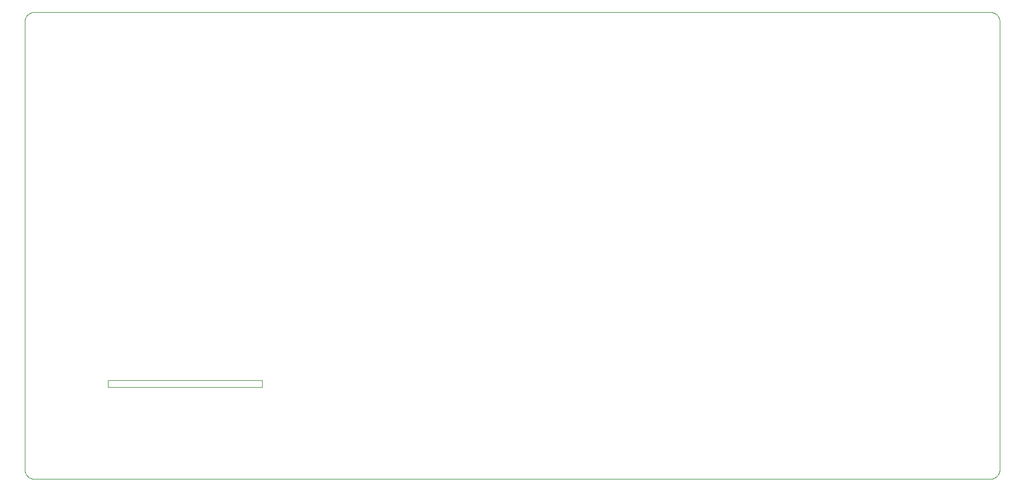
<source format=gko>
G75*
%MOIN*%
%OFA0B0*%
%FSLAX25Y25*%
%IPPOS*%
%LPD*%
%AMOC8*
5,1,8,0,0,1.08239X$1,22.5*
%
%ADD10C,0.00394*%
%ADD11C,0.00400*%
D10*
X0016261Y0020744D02*
X0568229Y0020744D01*
X0568376Y0020746D01*
X0568522Y0020752D01*
X0568669Y0020762D01*
X0568815Y0020775D01*
X0568961Y0020793D01*
X0569106Y0020814D01*
X0569250Y0020839D01*
X0569394Y0020869D01*
X0569537Y0020901D01*
X0569679Y0020938D01*
X0569820Y0020979D01*
X0569960Y0021023D01*
X0570099Y0021071D01*
X0570236Y0021122D01*
X0570372Y0021178D01*
X0570507Y0021237D01*
X0570639Y0021299D01*
X0570771Y0021365D01*
X0570900Y0021434D01*
X0571027Y0021507D01*
X0571153Y0021583D01*
X0571276Y0021663D01*
X0571397Y0021746D01*
X0571516Y0021831D01*
X0571633Y0021921D01*
X0571747Y0022013D01*
X0571859Y0022108D01*
X0571968Y0022206D01*
X0572074Y0022307D01*
X0572178Y0022411D01*
X0572279Y0022517D01*
X0572377Y0022626D01*
X0572472Y0022738D01*
X0572564Y0022852D01*
X0572654Y0022969D01*
X0572739Y0023088D01*
X0572822Y0023209D01*
X0572902Y0023332D01*
X0572978Y0023458D01*
X0573051Y0023585D01*
X0573120Y0023714D01*
X0573186Y0023846D01*
X0573248Y0023978D01*
X0573307Y0024113D01*
X0573363Y0024249D01*
X0573414Y0024386D01*
X0573462Y0024525D01*
X0573506Y0024665D01*
X0573547Y0024806D01*
X0573584Y0024948D01*
X0573616Y0025091D01*
X0573646Y0025235D01*
X0573671Y0025379D01*
X0573692Y0025524D01*
X0573710Y0025670D01*
X0573723Y0025816D01*
X0573733Y0025963D01*
X0573739Y0026109D01*
X0573741Y0026256D01*
X0573741Y0284917D01*
X0573739Y0285064D01*
X0573733Y0285210D01*
X0573723Y0285357D01*
X0573710Y0285503D01*
X0573692Y0285649D01*
X0573671Y0285794D01*
X0573646Y0285938D01*
X0573616Y0286082D01*
X0573584Y0286225D01*
X0573547Y0286367D01*
X0573506Y0286508D01*
X0573462Y0286648D01*
X0573414Y0286787D01*
X0573363Y0286924D01*
X0573307Y0287060D01*
X0573248Y0287195D01*
X0573186Y0287327D01*
X0573120Y0287459D01*
X0573051Y0287588D01*
X0572978Y0287715D01*
X0572902Y0287841D01*
X0572822Y0287964D01*
X0572739Y0288085D01*
X0572654Y0288204D01*
X0572564Y0288321D01*
X0572472Y0288435D01*
X0572377Y0288547D01*
X0572279Y0288656D01*
X0572178Y0288762D01*
X0572074Y0288866D01*
X0571968Y0288967D01*
X0571859Y0289065D01*
X0571747Y0289160D01*
X0571633Y0289252D01*
X0571516Y0289342D01*
X0571397Y0289427D01*
X0571276Y0289510D01*
X0571153Y0289590D01*
X0571027Y0289666D01*
X0570900Y0289739D01*
X0570771Y0289808D01*
X0570639Y0289874D01*
X0570507Y0289936D01*
X0570372Y0289995D01*
X0570236Y0290051D01*
X0570099Y0290102D01*
X0569960Y0290150D01*
X0569820Y0290194D01*
X0569679Y0290235D01*
X0569537Y0290272D01*
X0569394Y0290304D01*
X0569250Y0290334D01*
X0569106Y0290359D01*
X0568961Y0290380D01*
X0568815Y0290398D01*
X0568669Y0290411D01*
X0568522Y0290421D01*
X0568376Y0290427D01*
X0568229Y0290429D01*
X0016261Y0290429D01*
X0016114Y0290427D01*
X0015968Y0290421D01*
X0015821Y0290411D01*
X0015675Y0290398D01*
X0015529Y0290380D01*
X0015384Y0290359D01*
X0015240Y0290334D01*
X0015096Y0290304D01*
X0014953Y0290272D01*
X0014811Y0290235D01*
X0014670Y0290194D01*
X0014530Y0290150D01*
X0014391Y0290102D01*
X0014254Y0290051D01*
X0014118Y0289995D01*
X0013983Y0289936D01*
X0013851Y0289874D01*
X0013719Y0289808D01*
X0013590Y0289739D01*
X0013463Y0289666D01*
X0013337Y0289590D01*
X0013214Y0289510D01*
X0013093Y0289427D01*
X0012974Y0289342D01*
X0012857Y0289252D01*
X0012743Y0289160D01*
X0012631Y0289065D01*
X0012522Y0288967D01*
X0012416Y0288866D01*
X0012312Y0288762D01*
X0012211Y0288656D01*
X0012113Y0288547D01*
X0012018Y0288435D01*
X0011926Y0288321D01*
X0011836Y0288204D01*
X0011751Y0288085D01*
X0011668Y0287964D01*
X0011588Y0287841D01*
X0011512Y0287715D01*
X0011439Y0287588D01*
X0011370Y0287459D01*
X0011304Y0287327D01*
X0011242Y0287195D01*
X0011183Y0287060D01*
X0011127Y0286924D01*
X0011076Y0286787D01*
X0011028Y0286648D01*
X0010984Y0286508D01*
X0010943Y0286367D01*
X0010906Y0286225D01*
X0010874Y0286082D01*
X0010844Y0285938D01*
X0010819Y0285794D01*
X0010798Y0285649D01*
X0010780Y0285503D01*
X0010767Y0285357D01*
X0010757Y0285210D01*
X0010751Y0285064D01*
X0010749Y0284917D01*
X0010749Y0026256D01*
X0010751Y0026109D01*
X0010757Y0025963D01*
X0010767Y0025816D01*
X0010780Y0025670D01*
X0010798Y0025524D01*
X0010819Y0025379D01*
X0010844Y0025235D01*
X0010874Y0025091D01*
X0010906Y0024948D01*
X0010943Y0024806D01*
X0010984Y0024665D01*
X0011028Y0024525D01*
X0011076Y0024386D01*
X0011127Y0024249D01*
X0011183Y0024113D01*
X0011242Y0023978D01*
X0011304Y0023846D01*
X0011370Y0023714D01*
X0011439Y0023585D01*
X0011512Y0023458D01*
X0011588Y0023332D01*
X0011668Y0023209D01*
X0011751Y0023088D01*
X0011836Y0022969D01*
X0011926Y0022852D01*
X0012018Y0022738D01*
X0012113Y0022626D01*
X0012211Y0022517D01*
X0012312Y0022411D01*
X0012416Y0022307D01*
X0012522Y0022206D01*
X0012631Y0022108D01*
X0012743Y0022013D01*
X0012857Y0021921D01*
X0012974Y0021831D01*
X0013093Y0021746D01*
X0013214Y0021663D01*
X0013337Y0021583D01*
X0013463Y0021507D01*
X0013590Y0021434D01*
X0013719Y0021365D01*
X0013851Y0021299D01*
X0013983Y0021237D01*
X0014118Y0021178D01*
X0014254Y0021122D01*
X0014391Y0021071D01*
X0014530Y0021023D01*
X0014670Y0020979D01*
X0014811Y0020938D01*
X0014953Y0020901D01*
X0015096Y0020869D01*
X0015240Y0020839D01*
X0015384Y0020814D01*
X0015529Y0020793D01*
X0015675Y0020775D01*
X0015821Y0020762D01*
X0015968Y0020752D01*
X0016114Y0020746D01*
X0016261Y0020744D01*
D11*
X0058949Y0073681D02*
X0058949Y0077681D01*
X0147749Y0077681D01*
X0147749Y0073681D01*
X0058949Y0073681D01*
M02*

</source>
